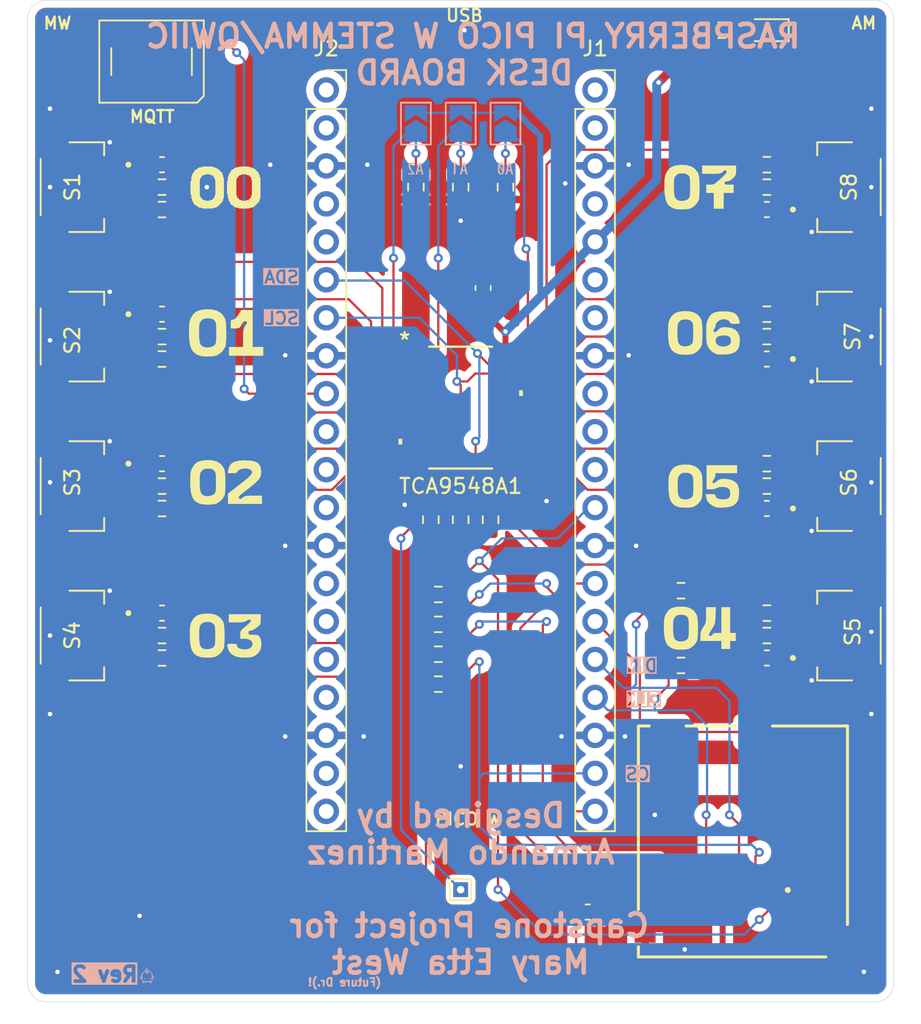
<source format=kicad_pcb>
(kicad_pcb (version 20241229) (generator "pcbnew") (generator_version "9.0")
  (title_block (title "Pico-I2C-MUX-Breakout-Board") (date "2024-12-31") (rev "2") (company "Ms. West") (comment 1 "Armando Martinez") (comment 2 "Capstone Project: Encore"))
  (layers (0 "F.Cu" signal) (2 "B.Cu" signal) (13 "F.Paste" user) (15 "B.Paste" user) (5 "F.SilkS" user "F.Silkscreen") (7 "B.SilkS" user "B.Silkscreen") (1 "F.Mask" user) (3 "B.Mask" user) (25 "Edge.Cuts" user))
  (net 0 "")
  (net 1 "GND")
  (net 2 "+3V3")
  (net 3 "Net-(D1-A)")
  (net 4 "/GPIO26_ADC0")
  (net 5 "/GPIO16{slash}DATA_OUT")
  (net 6 "/GPIO28_ADC2")
  (net 7 "/GPIO20{slash}CD{slash}CARD_DETECT")
  (net 8 "/GPIO22{slash}DAT2")
  (net 9 "/RUN")
  (net 10 "/VBUS")
  (net 11 "/3V3_EN")
  (net 12 "/GPIO19{slash}DATA_IN")
  (net 13 "/GPIO27_ADC1")
  (net 14 "/GPIO18{slash}SD_CLK")
  (net 15 "/GPIO21{slash}DAT1")
  (net 16 "/VSYS")
  (net 17 "/ADA_VREF")
  (net 18 "/GPIO1")
  (net 19 "/GPIO7")
  (net 20 "/GPIO0")
  (net 21 "/GPIO13")
  (net 22 "/PICO_SCL")
  (net 23 "/PICO_SDA")
  (net 24 "/GPIO6{slash}NEOPIXEL")
  (net 25 "/GPIO11")
  (net 26 "/GPIO3")
  (net 27 "/GPIO2")
  (net 28 "/GPIO10")
  (net 29 "/GPIO8")
  (net 30 "/GPIO9")
  (net 31 "/GPIO12")
  (net 32 "/GPIO14")
  (net 33 "/SCL0")
  (net 34 "/SDA0")
  (net 35 "/SCL1")
  (net 36 "/SDA1")
  (net 37 "/SCL2")
  (net 38 "/SDA2")
  (net 39 "/SCL3")
  (net 40 "/SDA3")
  (net 41 "/SCL4")
  (net 42 "/SDA4")
  (net 43 "/SCL5")
  (net 44 "/SDA5")
  (net 45 "/SCL6")
  (net 46 "/SDA6")
  (net 47 "/SCL7")
  (net 48 "/SDA7")
  (net 49 "/A0")
  (net 50 "/A1")
  (net 51 "/A2")
  (net 52 "/GPIO17{slash}CS")
  (net 53 "/GPIO15{slash}CARD_DET")
  (net 55 "/RESET")
  (footprint "Resistor_SMD:R_0603_1608Metric" (layer "F.Cu") (at 164.75 112 180)
    (property "Reference" "R18")
    (property "Value" "47k")
  )
  (footprint "Resistor_SMD:R_0603_1608Metric" (layer "F.Cu") (at 148.5 112.25)
    (property "Reference" "R21")
    (property "Value" "47k")
  )
  (footprint "Connector_PinSocket_2.54mm:PinSocket_1x20_P2.54mm_Vertical" (layer "F.Cu") (at 159 78.5)
    (property "Reference" "J1")
    (property "Value" "Conn_01x20_Socket" (hide yes))
  )
  (footprint "Pico_Footprints:STEMMAQWIIC_Footprint" (layer "F.Cu") (at 124 105 -90)
    (property "Reference" "S3")
    (property "Value" "~")
  )
  (footprint "LOGO" (layer "F.Cu") (at 134.25 104.75)
    (property "Reference" "G***" (hide yes))
    (property "Value" "LOGO" (hide yes))
  )
  (footprint "Resistor_SMD:R_0603_1608Metric" (layer "F.Cu") (at 130 105 180)
    (property "Reference" "R6")
    (property "Value" "4.7k")
  )
  (footprint "Resistor_SMD:R_0603_1608Metric" (layer "F.Cu") (at 148.5 118.25)
    (property "Reference" "R20")
    (property "Value" "47k")
  )
  (footprint "Pico_Footprints:STEMMAQWIIC_Footprint" (layer "F.Cu") (at 176 115 90)
    (property "Reference" "S5")
    (property "Value" "~")
  )
  (footprint "Resistor_SMD:R_0603_1608Metric" (layer "F.Cu") (at 148.5 116.25)
    (property "Reference" "R23")
    (property "Value" "47k")
  )
  (footprint "Resistor_SMD:R_0603_1608Metric" (layer "F.Cu") (at 148 107.25 90)
    (property "Reference" "R29")
    (property "Value" "10k")
  )
  (footprint "LOGO" (layer "F.Cu") (at 166.25 94.75)
    (property "Reference" "G***" (hide yes))
    (property "Value" "LOGO" (hide yes))
  )
  (footprint "Resistor_SMD:R_0603_1608Metric" (layer "F.Cu") (at 170.5 103.5)
    (property "Reference" "R11")
    (property "Value" "4.7k")
  )
  (footprint "Resistor_SMD:R_0603_1608Metric" (layer "F.Cu") (at 170.5 115)
    (property "Reference" "R10")
    (property "Value" "4.7k")
  )
  (footprint "Resistor_SMD:R_0603_1608Metric" (layer "F.Cu") (at 170.5 105)
    (property "Reference" "R12")
    (property "Value" "4.7k")
  )
  (footprint "Resistor_SMD:R_0603_1608Metric" (layer "F.Cu") (at 130 95 180)
    (property "Reference" "R4")
    (property "Value" "4.7k")
  )
  (footprint "Capacitor_SMD:C_0603_1608Metric" (layer "F.Cu") (at 130 113.5 180)
    (property "Reference" "C4")
    (property "Value" "1.0 uF")
  )
  (footprint "Resistor_SMD:R_0603_1608Metric" (layer "F.Cu") (at 147 85 -90)
    (property "Reference" "R28")
    (property "Value" "10k")
  )
  (footprint "TestPoint:TestPoint_THTPad_1.0x1.0mm_Drill0.5mm" (layer "F.Cu") (at 150 132)
    (property "Reference" "TP1")
    (property "Value" "RESET PIN")
  )
  (footprint "Resistor_SMD:R_0603_1608Metric" (layer "F.Cu") (at 130 115 180)
    (property "Reference" "R8")
    (property "Value" "4.7k")
  )
  (footprint "Pico_Footprints:STEMMAQWIIC_Footprint" (layer "F.Cu") (at 176 105 90)
    (property "Reference" "S6")
    (property "Value" "~")
  )
  (footprint "Resistor_SMD:R_0603_1608Metric" (layer "F.Cu") (at 130 106.5 180)
    (property "Reference" "R5")
    (property "Value" "4.7k")
  )
  (footprint "Resistor_SMD:R_0603_1608Metric" (layer "F.Cu") (at 164.75 117 180)
    (property "Reference" "R19")
    (property "Value" "47k")
  )
  (footprint "Capacitor_SMD:C_0603_1608Metric" (layer "F.Cu") (at 170.5 86.5)
    (property "Reference" "C8")
    (property "Value" "1.0 uF")
  )
  (footprint "Capacitor_SMD:C_0603_1608Metric" (layer "F.Cu") (at 170.5 116.5)
    (property "Reference" "C5")
    (property "Value" "1.0 uF")
  )
  (footprint "Capacitor_SMD:C_0603_1608Metric" (layer "F.Cu") (at 170.5 106.5)
    (property "Reference" "C6")
    (property "Value" "1.0 uF")
  )
  (footprint "Capacitor_SMD:C_0603_1608Metric" (layer "F.Cu") (at 158.5 133.5)
    (property "Reference" "C10")
    (property "Value" "0.1 uF")
  )
  (footprint "Pico_Footprints:STEMMAQWIIC_Footprint" (layer "F.Cu") (at 124 95 -90)
    (property "Reference" "S2")
    (property "Value" "~")
  )
  (footprint "Capacitor_SMD:C_0603_1608Metric" (layer "F.Cu") (at 151.5 91.75 90)
    (property "Reference" "C9")
    (property "Value" "0.1 uF")
  )
  (footprint "Resistor_SMD:R_0603_1608Metric" (layer "F.Cu") (at 170.5 85)
    (property "Reference" "R16")
    (property "Value" "4.7k")
  )
  (footprint "LOGO" (layer "F.Cu") (at 134.25 85)
    (property "Reference" "G***" (hide yes))
    (property "Value" "LOGO" (hide yes))
  )
  (footprint "Resistor_SMD:R_0603_1608Metric" (layer "F.Cu") (at 150 107.25 90)
    (property "Reference" "R24")
    (property "Value" "4.7k")
  )
  (footprint "Resistor_SMD:R_0603_1608Metric" (layer "F.Cu") (at 150 85 -90)
    (property "Reference" "R27")
    (property "Value" "10k")
  )
  (footprint "Resistor_SMD:R_0603_1608Metric" (layer "F.Cu") (at 148.5 114.25)
    (property "Reference" "R22")
    (property "Value" "47k")
  )
  (footprint "Resistor_SMD:R_0603_1608Metric" (layer "F.Cu") (at 130 116.5 180)
    (property "Reference" "R7")
    (property "Value" "4.7k")
  )
  (footprint "Pico_Footprints:STEMMAQWIIC_Footprint" (layer "F.Cu") (at 176 95 90)
    (property "Reference" "S7")
    (property "Value" "~")
  )
  (footprint "Pico_Footprints:STEMMAQWIIC_Footprint" (layer "F.Cu") (at 176 85 90)
    (property "Reference" "S8")
    (property "Value" "~")
  )
  (footprint "Capacitor_SMD:C_0603_1608Metric" (layer "F.Cu") (at 130 103.5 180)
    (property "Reference" "C3")
    (property "Value" "1.0 uF")
  )
  (footprint "Connector_PinSocket_2.54mm:PinSocket_1x20_P2.54mm_Vertical" (layer "F.Cu") (at 141 78.5)
    (property "Reference" "J2")
    (property "Value" "Conn_01x20_Socket" (hide yes))
  )
  (footprint "LED_SMD:LED_WS2812B_PLCC4_5.0x5.0mm_P3.2mm" (layer "F.Cu") (at 129.3 76.6)
    (property "Reference" "D2" (hide yes))
    (property "Value" "WS2812B")
  )
  (footprint "Capacitor_SMD:C_0603_1608Metric" (layer "F.Cu") (at 130 83.5 180)
    (property "Reference" "C1")
    (property "Value" "1.0 uF")
  )
  (footprint "LOGO" (layer "F.Cu") (at 166 114.5)
    (property "Reference" "G***" (hide yes))
    (property "Value" "LOGO" (hide yes))
  )
  (footprint "LOGO" (layer "F.Cu") (at 166 85)
    (property "Reference" "G***" (hide yes))
    (property "Value" "LOGO" (hide yes))
  )
  (footprint "Capacitor_SMD:C_0603_1608Metric" (layer "F.Cu") (at 130 93.5 180)
    (property "Reference" "C2")
    (property "Value" "1.0 uF")
  )
  (footprint "Resistor_SMD:R_0603_1608Metric" (layer "F.Cu") (at 130 85 180)
    (property "Reference" "R2")
    (property "Value" "4.7k")
  )
  (footprint "LOGO" (layer "F.Cu") (at 166.25 105)
    (property "Reference" "G***" (hide yes))
    (property "Value" "LOGO" (hide yes))
  )
  (footprint "Resistor_SMD:R_0603_1608Metric" (layer "F.Cu") (at 170.5 83.5)
    (property "Reference" "R15")
    (property "Value" "4.7k")
  )
  (footprint "Resistor_SMD:R_0603_1608Metric" (layer "F.Cu") (at 130 96.5 180)
    (property "Reference" "R3")
    (property "Value" "4.7k")
  )
  (footprint "LOGO" (layer "F.Cu") (at 134.25 115)
    (property "Reference" "G***" (hide yes))
    (property "Value" "LOGO" (hide yes))
  )
  (footprint "Pico_Footprints:SDCARD_MODULE_Footprint" (layer "F.Cu") (at 168.9 128.775)
    (property "Reference" "J3")
    (property "Value" "SDCARD_MODULE" (hide yes))
  )
  (footprint "Resistor_SMD:R_0603_1608Metric" (layer "F.Cu") (at 170.5 95)
    (property "Reference" "R14")
    (property "Value" "4.7k")
  )
  (footprint "Resistor_SMD:R_0603_1608Metric" (layer "F.Cu") (at 153 85 -90)
    (property "Reference" "R26")
    (property "Value" "10k")
  )
  (footprint "Capacitor_SMD:C_0603_1608Metric" (layer "F.Cu") (at 170.5 96.5)
    (property "Reference" "C7")
    (property "Value" "1.0 uF")
  )
  (footprint "Resistor_SMD:R_0603_1608Metric" (layer "F.Cu") (at 130 86.5 180)
    (property "Reference" "R1")
    (property "Value" "4.7k")
  )
  (footprint "Resistor_SMD:R_0603_1608Metric" (layer "F.Cu") (at 170.5 113.5)
    (property "Reference" "R9")
    (property "Value" "4.7k")
  )
  (footprint "Pico_Footprints:STEMMAQWIIC_Footprint" (layer "F.Cu") (at 124 115 -90)
    (property "Reference" "S4")
    (property "Value" "~")
  )
  (footprint "Resistor_SMD:R_0603_1608Metric" (layer "F.Cu") (at 170.5 93.5)
    (property "Reference" "R13")
    (property "Value" "4.7k")
  )
  (footprint "LOGO" (layer "F.Cu") (at 134.25 94.75)
    (property "Reference" "G***" (hide yes))
    (property "Value" "LOGO" (hide yes))
  )
  (footprint "Resistor_SMD:R_0603_1608Metric" (layer "F.Cu") (at 167.48125 74.5)
    (property "Reference" "R17")
    (property "Value" "4.7k")
  )
  (footprint "Resistor_SMD:R_0603_1608Metric" (layer "F.Cu") (at 152 107.25 90)
    (property "Reference" "R25")
    (property "Value" "4.7k")
  )
  (footprint "Pico_Footprints:STEMMAQWIIC_Footprint" (layer "F.Cu") (at 124 85 -90)
    (property "Reference" "S1")
    (property "Value" "~")
  )
  (footprint "LED_SMD:LED_0603_1608Metric" (layer "F.Cu") (at 170.48125 74.5 180)
    (property "Reference" "D1")
    (property "Value" "LED")
  )
  (footprint "Pico_Footprints:TCA9548A_Footprint" (layer "F.Cu") (at 150 99.75)
    (property "Reference" "TCA9548A1")
    (property "Value" "~")
  )
  (footprint "Jumper:SolderJumper-2_P1.3mm_Open_TrianglePad1.0x1.5mm" (layer "B.Cu") (at 147 80.75 90)
    (property "Reference" "JP3")
    (property "Value" "SolderJumper_2_Open")
  )
  (footprint "LOGO" (layer "B.Cu") (at 129 137.75 180)
    (property "Reference" "G***" (hide yes))
    (property "Value" "LOGO" (hide yes))
  )
  (footprint "Jumper:SolderJumper-2_P1.3mm_Open_TrianglePad1.0x1.5mm" (layer "B.Cu") (at 150 80.75 90)
    (property "Reference" "JP2")
    (property "Value" "SolderJumper_2_Open")
  )
  (footprint "Jumper:SolderJumper-2_P1.3mm_Open_TrianglePad1.0x1.5mm" (layer "B.Cu") (at 153 80.75 90)
    (property "Reference" "JP1")
    (property "Value" "SolderJumper_2_Open")
  )
  (footprint "kibuzzard-67A6B903" (layer "B.Cu") (at 147 83.75 180)
    (property "Reference" "kibuzzard-67A6B903" (hide yes))
    (property "Value" "G***" (hide yes))
  )
  (footprint "kibuzzard-67A6E024" (layer "B.Cu") (at 150 83.75 180)
    (property "Reference" "kibuzzard-67A6E024" (hide yes))
    (property "Value" "G***" (hide yes))
  )
  (footprint "kibuzzard-67A6AC81" (layer "B.Cu") (at 153 83.75 180)
    (property "Reference" "kibuzzard-67A6AC81" (hide yes))
    (property "Value" "G***" (hide yes))
  )
  (gr_arc (start 122.25 139.5) (mid 121.366117 139.133883) (end 121 138.25) (stroke (width 0.0381)) (layer "Edge.Cuts"))
  (gr_line (start 122.25 139.5) (end 177.75 139.5) (stroke (width 0.0381)) (layer "Edge.Cuts"))
  (gr_arc (start 121 73.75) (mid 121.366117 72.866117) (end 122.25 72.5) (stroke (width 0.0381)) (layer "Edge.Cuts"))
  (gr_line (start 121 73.75) (end 121 138.25) (stroke (width 0.0381)) (layer "Edge.Cuts"))
  (gr_line (start 141 72.5) (end 159 72.5) (stroke (width 0.0381)) (layer "Edge.Cuts"))
  (gr_line (start 159 72.5) (end 177.75 72.5) (stroke (width 0.0381)) (layer "Edge.Cuts"))
  (gr_arc (start 177.75 72.5) (mid 178.633883 72.866117) (end 179 73.75) (stroke (width 0.0381)) (layer "Edge.Cuts"))
  (gr_line (start 141 72.5) (end 122.25 72.5) (stroke (width 0.0381)) (layer "Edge.Cuts"))
  (gr_line (start 179 73.75) (end 179 138.25) (stroke (width 0.0381)) (layer "Edge.Cuts"))
  (gr_arc (start 179 138.25) (mid 178.633883 139.133883) (end 177.75 139.5) (stroke (width 0.0381)) (layer "Edge.Cuts"))
  (gr_text "USB" (at 150.25 74 0) (layer "F.SilkS") (effects (font (size 0.8128 0.8128) (thickness 0.1524) (bold yes)) (justify bottom)))
  (gr_text "MW" (at 123 74.5 0) (layer "F.SilkS") (effects (font (size 0.8 0.8) (thickness 0.16) (bold yes)) (justify bottom)))
  (gr_text "PICO W" (at 150.5 127.75 0) (layer "F.SilkS") (effects (font (size 0.8128 0.8128) (thickness 0.1524) (bold yes)) (justify bottom)))
  (gr_text "MQTT" (at 127.75 80.75 0) (layer "F.SilkS") (effects (font (size 0.8 0.8) (thickness 0.16) (bold yes)) (justify left bottom)))
  (gr_text "AM" (at 177 74.5 0) (layer "F.SilkS") (effects (font (size 0.8128 0.8128) (thickness 0.16) (bold yes)) (justify bottom)))
  (gr_text "Desgined by\nArmando Martinez\n\nCapstone Project for \nMary Etta West" (at 150 137.75 0) (layer "B.SilkS") (effects (font (size 1.524 1.524) (thickness 0.3048) (bold yes)) (justify bottom mirror)))
  (gr_text "SCL" (at 139.25 94.25 0) (layer "B.SilkS" knockout) (effects (font (size 0.8128 0.8128) (thickness 0.1524) (bold yes)) (justify left bottom mirror)))
  (gr_text "RASPBERRY PI PICO W STEMMA/QWIIC \nDESK BOARD" (at 150.25 78.25 0) (layer "B.SilkS") (effects (font (size 1.524 1.524) (thickness 0.3048) (bold yes)) (justify bottom mirror)))
  (gr_text "Rev 2" (at 128.5 138.25 0) (layer "B.SilkS" knockout) (effects (font (size 1 1) (thickness 0.25) (bold yes)) (justify left bottom mirror)))
  (gr_text "CS" (at 162.75 124.75 0) (layer "B.SilkS" knockout) (effects (font (size 0.8128 0.8128) (thickness 0.1524) (bold yes)) (justify left bottom mirror)))
  (gr_text "CLK" (at 163.5 119.75 0) (layer "B.SilkS" knockout) (effects (font (size 0.8128 0.8128) (thickness 0.1524) (bold yes)) (justify left bottom mirror)))
  (gr_text "(Future Dr.)!" (at 144.75 138.5 0) (layer "B.SilkS") (effects (font (size 0.52 0.52) (thickness 0.127) (bold yes)) (justify left bottom mirror)))
  (gr_text "DIN" (at 163.25 117.5 0) (layer "B.SilkS" knockout) (effects (font (size 0.8128 0.8128) (thickness 0.1524) (bold yes)) (justify left bottom mirror)))
  (gr_text "SDA" (at 139.25 91.5 0) (layer "B.SilkS" knockout) (effects (font (size 0.8128 0.8128) (thickness 0.1524) (bold yes)) (justify left bottom mirror)))
  (via (at 161.25 96.25) (size 0.6) (drill 0.3) (layers "F.Cu" "B.Cu") (net 1))
  (via (at 177 137.5) (size 0.6) (drill 0.3) (layers "F.Cu" "B.Cu") (net 1))
  (via (at 161.25 83.5) (size 0.6) (drill 0.3) (layers "F.Cu" "B.Cu") (net 1))
  (via (at 138.25 96.25) (size 0.6) (drill 0.3) (layers "F.Cu" "B.Cu") (net 1))
  (via (at 177.5 104.75) (size 0.6) (drill 0.3) (layers "F.Cu" "B.Cu") (net 1))
  (via (at 126.5 92) (size 0.6) (drill 0.3) (layers "F.Cu" "B.Cu") (net 1))
  (via (at 163 127) (size 0.6) (drill 0.3) (layers "F.Cu" "B.Cu") (net 1))
  (via (at 177.5 95) (size 0.6) (drill 0.3) (layers "F.Cu" "B.Cu") (net 1))
  (via (at 177.5 85) (size 0.6) (drill 0.3) (layers "F.Cu" "B.Cu") (net 1))
  (via (at 150 87.25) (size 0.6) (drill 0.3) (layers "F.Cu" "B.Cu") (net 1))
  (via (at 150 123.75) (size 0.6) (drill 0.3) (layers "F.Cu" "B.Cu") (net 1))
  (via (at 177.5 79.75) (size 0.6) (drill 0.3) (layers "F.Cu" "B.Cu") (net 1))
  (via (at 150.25 74.5) (size 0.6) (drill 0.3) (layers "F.Cu" "B.Cu") (net 1))
  (via (at 122.5 79.75) (size 0.6) (drill 0.3) (layers "F.Cu" "B.Cu") (net 1))
  (via (at 122.5 95.25) (size 0.6) (drill 0.3) (layers "F.Cu" "B.Cu") (net 1))
  (via (at 143.5 121.75) (size 0.6) (drill 0.3) (layers "F.Cu" "B.Cu") (net 1))
  (via (at 173.5 108) (size 0.6) (drill 0.3) (layers "F.Cu" "B.Cu") (net 1))
  (via (at 143.75 83.5) (size 0.6) (drill 0.3) (layers "F.Cu" "B.Cu") (net 1))
  (via (at 126.5 102) (size 0.6) (drill 0.3) (layers "F.Cu" "B.Cu") (net 1))
  (via (at 173.5 88) (size 0.6) (drill 0.3) (layers "F.Cu" "B.Cu") (net 1))
  (via (at 138.25 109) (size 0.6) (drill 0.3) (layers "F.Cu" "B.Cu") (net 1))
  (via (at 177.5 114.75) (size 0.6) (drill 0.3) (layers "F.Cu" "B.Cu") (net 1))
  (via (at 126.5 112) (size 0.6) (drill 0.3) (layers "F.Cu" "B.Cu") (net 1))
  (via (at 128.5 133.75) (size 0.6) (drill 0.3) (layers "F.Cu" "B.Cu") (net 1))
  (via (at 161 121.75) (size 0.6) (drill 0.3) (layers "F.Cu" "B.Cu") (net 1))
  (via (at 155.75 106) (size 0.6) (drill 0.3) (layers "F.Cu" "B.Cu") (net 1))
  (via (at 122.5 120.25) (size 0.6) (drill 0.3) (layers "F.Cu" "B.Cu") (net 1))
  (via (at 157 84.75) (size 0.6) (drill 0.3) (layers "F.Cu" "B.Cu") (net 1))
  (via (at 137.25 83.5) (size 0.6) (drill 0.3) (layers "F.Cu" "B.Cu") (net 1))
  (via (at 122.5 85) (size 0.6) (drill 0.3) (layers "F.Cu" "B.Cu") (net 1))
  (via (at 173.5 98) (size 0.6) (drill 0.3) (layers "F.Cu" "B.Cu") (net 1))
  (via (at 133 85) (size 0.6) (drill 0.3) (layers "F.Cu" "B.Cu") (net 1))
  (via (at 122.5 104.75) (size 0.6) (drill 0.3) (layers "F.Cu" "B.Cu") (net 1))
  (via (at 122.5 115) (size 0.6) (drill 0.3) (layers "F.Cu" "B.Cu") (net 1))
  (via (at 173.5 118) (size 0.6) (drill 0.3) (layers "F.Cu" "B.Cu") (net 1))
  (via (at 138.25 121.75) (size 0.6) (drill 0.3) (layers "F.Cu" "B.Cu") (net 1))
  (via (at 165 136) (size 0.6) (drill 0.3) (layers "F.Cu" "B.Cu") (net 1))
  (via (at 177.5 120.25) (size 0.6) (drill 0.3) (layers "F.Cu" "B.Cu") (net 1))
  (via (at 146.25 106.25) (size 0.6) (drill 0.3) (layers "F.Cu" "B.Cu") (net 1))
  (via (at 161.75 109) (size 0.6) (drill 0.3) (layers "F.Cu" "B.Cu") (net 1))
  (via (at 123 137.5) (size 0.6) (drill 0.3) (layers "F.Cu" "B.Cu") (net 1))
  (via (at 126.5 82) (size 0.6) (drill 0.3) (layers "F.Cu" "B.Cu") (net 1))
  (via (at 156.75 121.75) (size 0.6) (drill 0.3) (layers "F.Cu" "B.Cu") (net 1))
  (segment (start 167.54 137.46) (end 167.5 137.5) (width 0.2) (layer "F.Cu") (net 2))
  (segment (start 126.2 94.5) (end 124.5 94.5) (width 0.6) (layer "F.Cu") (net 2))
  (segment (start 130.775 106.45) (end 130.825 106.5) (width 0.1524) (layer "F.Cu") (net 2))
  (segment (start 124.9851 84.9851) (end 125.4702 84.5) (width 0.6) (layer "F.Cu") (net 2))
  (segment (start 124.5 94.5) (end 124.5 92.5) (width 0.6) (layer "F.Cu") (net 2))
  (segment (start 173 120) (end 169.675 116.675) (width 0.1524) (layer "F.Cu") (net 2))
  (segment (start 127.775 90.75) (end 124.5 90.75) (width 0.1524) (layer "F.Cu") (net 2))
  (segment (start 130.775 86.45) (end 130.825 86.5) (width 0.1524) (layer "F.Cu") (net 2))
  (segment (start 130.775 83.5) (end 130.775 86.45) (width 0.1524) (layer "F.Cu") (net 2))
  (segment (start 130.775 113.5) (end 130.775 116.45) (width 0.1524) (layer "F.Cu") (net 2))
  (segment (start 175.75 120) (end 175.75 131.25) (width 0.6) (layer "F.Cu") (net 2))
  (segment (start 126.45 84.5) (end 126.925 84.5) (width 0.1524) (layer "F.Cu") (net 2))
  (segment (start 175.75 120) (end 173 120) (width 0.1524) (layer "F.Cu") (net 2))
  (segment (start 129.5 137.5) (end 124.5 132.5) (width 0.6) (layer "F.Cu") (net 2))
  (segment (start 130.775 93.5) (end 130.775 96.45) (width 0.1524) (layer "F.Cu") (net 2))
  (segment (start 127.525 110.5) (end 124.5 110.5) (width 0.1524) (layer "F.Cu") (net 2))
  (segment (start 167.54 132.2) (end 167.54 137.46) (width 0.4) (layer "F.Cu") (net 2))
  (segment (start 125.4702 84.5) (end 126.45 84.5) (width 0.6) (layer "F.Cu") (net 2))
  (segment (start 148.5 137.5) (end 143 137.5) (width 0.6) (layer "F.Cu") (net 2))
  (segment (start 173.8 95.5) (end 175.75 95.5) (width 0.6) (layer "F.Cu") (net 2))
  (segment (start 124.5 110.5) (end 124.5 104.5) (width 0.6) (layer "F.Cu") (net 2))
  (segment (start 143 137.5) (end 129.5 137.5) (width 0.6) (layer "F.Cu") (net 2))
  (segment (start 169.725 96.5) (end 169.725 96.725) (width 0.1524) (layer "F.Cu") (net 2))
  (segment (start 169.675 116.675) (end 169.675 113.5) (width 0.1524) (layer "F.Cu") (net 2))
  (segment (start 124.8 74.95) (end 126.85 74.95) (width 0.1524) (layer "F.Cu") (net 2))
  (segment (start 153 94.66) (end 152.885 94.66) (width 0.4) (layer "F.Cu") (net 2))
  (segment (start 173 100) (end 175.75 100) (width 0.1524) (layer "F.Cu") (net 2))
  (segment (start 169.725 116.5) (end 166.075 116.5) (width 0.1524) (layer "F.Cu") (net 2))
  (segment (start 164.25 77) (end 174 77) (width 0.6) (layer "F.Cu") (net 2))
  (segment (start 163.25 78) (end 164.25 77) (width 0.6) (layer "F.Cu") (net 2))
  (segment (start 173 109.75) (end 169.725 106.475) (width 0.1524) (layer "F.Cu") (net 2))
  (segment (start 124.75 84.75) (end 124.9851 84.9851) (width 0.1524) (layer "F.Cu") (net 2))
  (segment (start 130.525 93.5) (end 127.775 90.75) (width 0.1524) (layer "F.Cu") (net 2))
  (segment (start 175.75 115.5) (end 175.75 120) (width 0.6) (layer "F.Cu") (net 2))
  (segment (start 148 108.075) (end 152 108.075) (width 0.1524) (layer "F.Cu") (net 2))
  (segment (start 165.575 112) (end 165.575 117) (width 0.1524) (layer "F.Cu") (net 2))
  (segment (start 153 96.096001) (end 152.921 96.175001) (width 0.4) (layer "F.Cu") (net 2))
  (segment (start 124.5 92.5) (end 124.5 85.4702) (width 0.6) (layer "F.Cu") (net 2))
  (segment (start 130.775 103.5) (end 130.775 106.45) (width 0.1524) (layer "F.Cu") (net 2))
  (segment (start 166.65625 74.5) (end 164.25 76.90625) (width 0.2) (layer "F.Cu") (net 2))
  (segment (start 169.675 93.5) (end 169.675 96.45) (width 0.1524) (layer "F.Cu") (net 2))
  (segment (start 124.5 132.5) (end 124.5 114.5) (width 0.6) (layer "F.Cu") (net 2))
  (segment (start 175.75 89.5) (end 175.75 95.5) (width 0.6) (layer "F.Cu") (net 2))
  (segment (start 175.75 78.75) (end 175.75 85.5) (width 0.6) (layer "F.Cu") (net 2))
  (segment (start 124 75.75) (end 124.8 74.95) (width 0.1524) (layer "F.Cu") (net 2))
  (segment (start 130.525 113.5) (end 127.525 110.5) (width 0.1524) (layer "F.Cu") (net 2))
  (segment (start 147.75 112.175) (end 147.675 112.25) (width 0.1524) (layer "F.Cu") (net 2))
  (segment (start 167.5 137.5) (end 158.5 137.5) (width 0.6) (layer "F.Cu") (net 2))
  (segment (start 152.885 94.66) (end 151.5 93.275) (width 0.4) (layer "F.Cu") (net 2))
  (segment (start 126 80.75) (end 129.75 80.75) (width 0.1524) (layer "F.Cu") (net 2))
  (segment (start 174.05 105.5) (end 175.75 105.5) (width 0.6) (layer "F.Cu") (net 2))
  (segment (start 153 94.66) (end 153 96.096001) (width 0.4) (layer "F.Cu") (net 2))
  (segment (start 174.05 115.5) (end 175.75 115.5) (width 0.6) (layer "F.Cu") (net 2))
  (segment (start 173.8 85.5) (end 175.75 85.5) (width 0.6) (layer "F.Cu") (net 2))
  (segment (start 169.5 137.5) (end 167.5 137.5) (width 0.6) (layer "F.Cu") (net 2))
  (segment (start 169.675 83.5) (end 169.725 83.55) (width 0.1524) (layer "F.Cu") (net 2))
  (segment (start 126.2 104.5) (end 124.5 104.5) (width 0.6) (layer "F.Cu") (net 2))
  (segment (start 148 108.075) (end 148 108.5) (width 0.1524) (layer "F.Cu") (net 2))
  (segment (start 126.2 114.5) (end 124.5 114.5) (width 0.6) (layer "F.Cu") (net 2))
  (segment (start 130.775 116.45) (end 130.825 116.5) (width 0.1524) (layer "F.Cu") (net 2))
  (segment (start 148 108.5) (end 147.75 108.75) (width 0.1524) (layer "F.Cu") (net 2))
  (segment (start 169.725 96.725) (end 173 100) (width 0.1524) (layer "F.Cu") (net 2))
  (segment (start 169.675 96.45) (end 169.725 96.5) (width 0.1524) (layer "F.Cu") (net 2))
  (segment (start 172.5 89.5) (end 175.75 89.5) (width 0.1524) (layer "F.Cu") (net 2))
  (segment (start 124 78.75) (end 124 75.75) (width 0.1524) (layer "F.Cu") (net 2))
  (segment (start 147.675 136.675) (end 148.5 137.5) (width 0.1524) (layer "F.Cu") (net 2))
  (segment (start 147.675 118.5) (end 147.675 136.675) (width 0.1524) (layer "F.Cu") (net 2))
  (segment (start 169.725 83.55) (end 169.725 86.725) (width 0.1524) (layer "F.Cu") (net 2))
  (segment (start 147.675 112.25) (end 147.675 118.5) (width 0.1524) (layer "F.Cu") (net 2))
  (segment (start 175.75 131.25) (end 169.5 137.5) (width 0.6) (layer "F.Cu") (net 2))
  (segment (start 175.75 95.5) (end 175.75 100) (width 0.6) (layer "F.Cu") (net 2))
  (segment (start 124.5 92.5) (end 124.5 90.75) (width 0.6) (layer "F.Cu") (net 2))
  (segment (start 130.525 103.5) (end 127.775 100.75) (width 0.1524) (layer "F.Cu") (net 2))
  (segment (start 130.775 96.45) (end 130.825 96.5) (width 0.1524) (layer "F.Cu") (net 2))
  (segment (start 169.725 103.55) (end 169.675 103.5) (width 0.1524) (layer "F.Cu") (net 2))
  (segment (start 164.25 76.90625) (end 164.25 77) (width 0.1524) (layer "F.Cu") (net 2))
  (segment (start 124.75 82) (end 124.75 84.75) (width 0.1524) (layer "F.Cu") (net 2))
  (segment (start 169.725 86.725) (end 172.5 89.5) (width 0.1524) (layer "F.Cu") (net 2))
  (segment (start 124.5 104.5) (end 124.5 100.75) (width 0.6) (layer "F.Cu") (net 2))
  (segment (start 130.825 81.825) (end 130.825 86.5) (width 0.1524) (layer "F.Cu") (net 2))
  (segment (start 166.075 116.5) (end 165.575 117) (width 0.1524) (layer "F.Cu") (net 2))
  (segment (start 127.775 100.75) (end 124.5 100.75) (width 0.1524) (layer "F.Cu") (net 2))
  (segment (start 124.5 85.4702) (end 124.9851 84.9851) (width 0.6) (layer "F.Cu") (net 2))
  (segment (start 175.75 109.75) (end 173 109.75) (width 0.1524) (layer "F.Cu") (net 2))
  (segment (start 175.75 85.5) (end 175.75 89.5) (width 0.6) (layer "F.Cu") (net 2))
  (segment (start 158.5 137.5) (end 148.5 137.5) (width 0.6) (layer "F.Cu") (net 2))
  (segment (start 174 77) (end 175.75 78.75) (width 0.6) (layer "F.Cu") (net 2))
  (segment (start 175.75 109.75) (end 175.75 115.5) (width 0.6) (layer "F.Cu") (net 2))
  (segment (start 151.5 93.275) (end 151.5 92.525) (width 0.4) (layer "F.Cu") (net 2))
  (segment (start 129.75 80.75) (end 130.825 81.825) (width 0.1524) (layer "F.Cu") (net 2))
  (segment (start 126 80.75) (end 124 78.75) (width 0.1524) (layer "F.Cu") (net 2))
  (segment (start 147.75 108.75) (end 147.75 112.175) (width 0.1524) (layer "F.Cu") (net 2))
  (segment (start 157.725 136.725) (end 158.5 137.5) (width 0.1524) (layer "F.Cu") (net 2))
  (segment (start 175.75 105.5) (end 175.75 109.75) (width 0.6) (layer "F.Cu") (net 2))
  (segment (start 157.725 133.5) (end 157.725 136.725) (width 0.1524) (layer "F.Cu") (net 2))
  (segment (start 124.5 114.5) (end 124.5 110.5) (width 0.6) (layer "F.Cu") (net 2))
  (segment (start 124.5 100.75) (end 124.5 94.5) (width 0.6) (layer "F.Cu") (net 2))
  (segment (start 175.75 100) (end 175.75 105.5) (width 0.6) (layer "F.Cu") (net 2))
  (segment (start 126 80.75) (end 124.75 82) (width 0.1524) (layer "F.Cu") (net 2))
  (segment (start 169.725 106.475) (end 169.725 103.55) (width 0.1524) (layer "F.Cu") (net 2))
  (via (at 163.25 78) (size 0.6) (drill 0.3) (layers "F.Cu" "B.Cu") (net 2))
  (via (at 153 94.66) (size 0.6) (drill 0.3) (layers "F.Cu" "B.Cu") (net 2))
  (segment (start 150 80.025) (end 153 80.025) (width 0.1524) (layer "B.Cu") (net 2))
  (segment (start 163.125 84.535) (end 159 88.66) (width 0.6) (layer "B.Cu") (net 2))
  (segment (start 153.775 80.025) (end 155.33 81.58) (width 0.4) (layer "B.Cu") (net 2))
  (segment (start 153 94.66) (end 159 88.66) (width 0.6) (layer "B.Cu") (net 2))
  (segment (start 163.125 78.125) (end 163.125 84.535) (width 0.6) (layer "B.Cu") (net 2))
  (segment (start 163.25 78) (end 163.125 78.125) (width 0.6) (layer "B.Cu") (net 2))
  (segment (start 155.33 81.58) (end 155.33 92.33) (width 0.4) (layer "B.Cu") (net 2))
  (segment (start 153 80.025) (end 153.775 80.025) (width 0.4) (layer "B.Cu") (net 2))
  (segment (start 147 80.025) (end 150 80.025) (width 0.1524) (layer "B.Cu") (net 2))
  (segment (start 169.69375 74.5) (end 168.30625 74.5) (width 0.1524) (layer "F.Cu") (net 3))
  (segment (start 155.75 114.06) (end 155.5 114.31) (width 0.1524) (layer "F.Cu") (net 5))
  (segment (start 158 130) (end 163.25 130) (width 0.1524) (layer "F.Cu") (net 5))
  (segment (start 159 126.76) (end 156.24 126.76) (width 0.1524) (layer "F.Cu") (net 5))
  (segment (start 155.5 127.5) (end 158 130) (width 0.1524) (layer "F.Cu") (net 5))
  (segment (start 149.325 116.25) (end 149.325 116.175) (width 0.1524) (layer "F.Cu") (net 5))
  (segment (start 164.24 130.99) (end 164.24 132) (width 0.1524) (layer "F.Cu") (net 5))
  (segment (start 149.325 116.175) (end 151.25 114.25) (width 0.1524) (layer "F.Cu") (net 5))
  (segment (start 156.24 126.76) (end 155.5 127.5) (width 0.1524) (layer "F.Cu") (net 5))
  (segment (start 155.5 114.31) (end 155.5 127.5) (width 0.1524) (layer "F.Cu") (net 5))
  (segment (start 163.25 130) (end 164.24 130.99) (width 0.1524) (layer "F.Cu") (net 5))
  (via (at 155.75 114.06) (size 0.6) (drill 0.3) (layers "F.Cu" "B.Cu") (net 5))
  (via (at 151.25 114.25) (size 0.6) (drill 0.3) (layers "F.Cu" "B.Cu") (net 5))
  (segment (start 155.75 114.06) (end 151.44 114.06) (width 0.1524) (layer "B.Cu") (net 5))
  (segment (start 151.44 114.06) (end 151.25 114.25) (width 0.1524) (layer "B.Cu") (net 5))
  (segment (start 162 120.75) (end 162 117.06) (width 0.1524) (layer "F.Cu") (net 7))
  (segment (start 163.95 121.45) (end 162.7 121.45) (width 0.1524) (layer "F.Cu") (net 7))
  (segment (start 162.7 121.45) (end 162 120.75) (width 0.1524) (layer "F.Cu") (net 7))
  (segment (start 163.95 121.45) (end 163.75 121.45) (width 0.1524) (layer "F.Cu") (net 7))
  (segment (start 162 117.06) (end 159 114.06) (width 0.1524) (layer "F.Cu") (net 7))
  (segment (start 169.65 121.45) (end 163.95 121.45) (width 0.1524) (layer "F.Cu") (net 7))
  (segment (start 151.25 110) (end 149.325 111.925) (width 0.1524) (layer "F.Cu") (net 8))
  (segment (start 170.84 133.16) (end 170.84 132) (width 0.1524) (layer "F.Cu") (net 8))
  (segment (start 149.325 111.925) (end 149.325 112.25) (width 0.1524) (layer "F.Cu") (net 8))
  (segment (start 152.5 132) (end 152.5 111.25) (width 0.1524) (layer "F.Cu") (net 8))
  (segment (start 170 134) (end 170.84 133.16) (width 0.1524) (layer "F.Cu") (net 8))
  (segment (start 152.5 111.25) (end 151.25 110) (width 0.1524) (layer "F.Cu") (net 8))
  (segment (start 151.25 110) (end 151.143948 110) (width 0.1524) (layer "F.Cu") (net 8))
  (via (at 170 134) (size 0.6) (drill 0.3) (layers "F.Cu" "B.Cu") (net 8))
  (via (at 152.5 132) (size 0.6) (drill 0.3) (layers "F.Cu" "B.Cu") (net 8))
  (via (at 151.25 110) (size 0.6) (drill 0.3) (layers "F.Cu" "B.Cu") (net 8))
  (segment (start 152.75 108.5) (end 156.5 108.5) (width 0.1524) (layer "B.Cu") (net 8))
  (segment (start 169 135) (end 170 134) (width 0.1524) (layer "B.Cu") (net 8))
  (segment (start 155.5 135) (end 169 135) (width 0.1524) (layer "B.Cu") (net 8))
  (segment (start 158.56 106.44) (end 159 106.44) (width 0.1524) (layer "B.Cu") (net 8))
  (segment (start 151.25 110) (end 152.75 108.5) (width 0.1524) (layer "B.Cu") (net 8))
  (segment (start 152.5 132) (end 155.5 135) (width 0.1524) (layer "B.Cu") (net 8))
  (segment (start 156.5 108.5) (end 158.56 106.44) (width 0.1524) (layer "B.Cu") (net 8))
  (segment (start 163.75 112) (end 163.925 112) (width 0.1524) (layer "F.Cu") (net 12))
  (segment (start 161.75 114.25) (end 161.75 114) (width 0.1524) (layer "F.Cu") (net 12))
  (segment (start 168.64 132) (end 168.64 127.64) (width 0.1524) (layer "F.Cu") (net 12))
  (segment (start 168.64 127.64) (end 168 127) (width 0.1524) (layer "F.Cu") (net 12))
  (segment (start 161.75 114) (end 163.75 112) (width 0.1524) (layer "F.Cu") (net 12))
  (via (at 168 127) (size 0.6) (drill 0.3) (layers "F.Cu" "B.Cu") (net 12))
  (via (at 161.75 114.25) (size 0.6) (drill 0.3) (layers "F.Cu" "B.Cu") (net 12))
  (segment (start 167.125 118.5) (end 161.5 118.5) (width 0.1524) (layer "B.Cu") (net 12))
  (segment (start 168 119.375) (end 167.125 118.5) (width 0.1524) (layer "B.Cu") (net 12))
  (segment (start 168 127) (end 168 119.375) (width 0.1524) (layer "B.Cu") (net 12))
  (segment (start 161.75 118.25) (end 161.5 118.5) (width 0.1524) (layer "B.Cu") (net 12))
  (segment (start 160.9 118.5) (end 159 116.6) (width 0.1524) (layer "B.Cu") (net 12))
  (segment (start 161.5 118.5) (end 160.9 118.5) (width 0.1524) (layer "B.Cu") (net 12))
  (segment (start 161.75 114.25) (end 161.75 118.25) (width 0.1524) (layer "B.Cu") (net 12))
  (segment (start 163.925 118.325) (end 163.925 117) (width 0.1524) (layer "F.Cu") (net 14))
  (segment (start 163 119.25) (end 163.925 118.325) (width 0.1524) (layer "F.Cu") (net 14))
  (segment (start 166.44 127) (end 166.44 132) (width 0.1524) (layer "F.Cu") (net 14))
  (via (at 163 119.25) (size 0.6) (drill 0.3) (layers "F.Cu" "B.Cu") (net 14))
  (via (at 166.44 127) (size 0.6) (drill 0.3) (layers "F.Cu" "B.Cu") (net 14))
  (segment (start 163 120) (end 159.86 120) (width 0.1524) (layer "B.Cu") (net 14))
  (segment (start 166.5 126.94) (end 166.5 121) (width 0.1524) (layer "B.Cu") (net 14))
  (segment (start 163 120) (end 163 119.25) (width 0.1524) (layer "B.Cu") (net 14))
  (segment (start 159.86 120) (end 159 119.14) (width 0.1524) (layer "B.Cu") (net 14))
  (segment (start 165.5 120) (end 163 120) (width 0.1524) (layer "B.Cu") (net 14))
  (segment (start 166.5 121) (end 165.5 120) (width 0.1524) (layer "B.Cu") (net 14))
  (segment (start 166.44 127) (end 166.5 126.94) (width 0.1524) (layer "B.Cu") (net 14))
  (segment (start 149.325 114.25) (end 149.325 114.175) (width 0.1524) (layer "F.Cu") (net 15))
  (segment (start 158 132) (end 163.14 132) (width 0.1524) (layer "F.Cu") (net 15))
  (segment (start 154 128) (end 158 132) (width 0.1524) (layer "F.Cu") (net 15))
  (segment (start 155.75 111.75) (end 156.25 112.25) (width 0.1524) (layer "F.Cu") (net 15))
  (segment (start 159 111.52) (end 156.98 111.52) (width 0.1524) (layer "F.Cu") (net 15))
  (segment (start 154 114.5) (end 154 128) (width 0.1524) (layer "F.Cu") (net 15))
  (segment (start 156.98 111.52) (end 154 114.5) (width 0.1524) (layer "F.Cu") (net 15))
  (segment (start 155.75 111.52) (end 155.75 111.75) (width 0.1524) (layer "F.Cu") (net 15))
  (segment (start 149.325 114.175) (end 151.25 112.25) (width 0.1524) (layer "F.Cu") (net 15))
  (via (at 155.75 111.52) (size 0.6) (drill 0.3) (layers "F.Cu" "B.Cu") (net 15))
  (via (at 151.25 112.25) (size 0.6) (drill 0.3) (layers "F.Cu" "B.Cu") (net 15))
  (segment (start 155.75 111.52) (end 151.98 111.52) (width 0.1524) (layer "B.Cu") (net 15))
  (segment (start 151.98 111.52) (end 151.25 112.25) (width 0.1524) (layer "B.Cu") (net 15))
  (segment (start 150.975001 97.475001) (end 152.921 97.475001) (width 0.1524) (layer "F.Cu") (net 22))
  (segment (start 150.450002 98) (end 150.975001 97.475001) (width 0.1524) (layer "F.Cu") (net 22))
  (segment (start 149.75 98) (end 150 98.25) (width 0.1524) (layer "F.Cu") (net 22))
  (segment (start 149.75 98) (end 150.450002 98) (width 0.1524) (layer "F.Cu") (net 22))
  (segment (start 150 98.25) (end 150 106.425) (width 0.1524) (layer "F.Cu") (net 22))
  (via (at 149.75 98) (size 0.6) (drill 0.3) (layers "F.Cu" "B.Cu") (net 22))
  (segment (start 147.24 93.74) (end 146.75 93.74) (width 0.1524) (layer "B.Cu") (net 22))
  (segment (start 149.75 96.25) (end 147.24 93.74) (width 0.1524) (layer "B.Cu") (net 22))
  (segment (start 146 93.74) (end 141 93.74) (width 0.1524) (layer "B.Cu") (net 22))
  (segment (start 146.75 93.74) (end 146 93.74) (width 0.1524) (layer "B.Cu") (net 22))
  (segment (start 149.75 98) (end 149.75 96.25) (width 0.1524) (layer "B.Cu") (net 22))
  (segment (start 151.125 96.125) (end 151.825002 96.825002) (width 0.1524) (layer "F.Cu") (net 23))
  (segment (start 151.825002 96.825002) (end 152.921 96.825002) (width 0.1524) (layer "F.Cu") (net 23))
  (segment (start 151 105.425) (end 152 106.425) (width 0.1524) (layer "F.Cu") (net 23))
  (segment (start 151 102) (end 151 105.425) (width 0.1524) (layer "F.Cu") (net 23))
  (via (at 151 102) (size 0.6) (drill 0.3) (layers "F.Cu" "B.Cu") (net 23))
  (via (at 151.125 96.125) (size 0.6) (drill 0.3) (layers "F.Cu" "B.Cu") (net 23))
  (segment (start 141.05 91.25) (end 141 91.2) (width 0.1524) (layer "B.Cu") (net 23))
  (segment (start 151.25 96.25) (end 151.25 101.75) (width 0.1524) (layer "B.Cu") (net 23))
  (segment (start 151.25 101.75) (end 151 102) (width 0.1524) (layer "B.Cu") (net 23))
  (segment (start 146.25 91.25) (end 145.5 91.25) (width 0.1524) (layer "B.Cu") (net 23))
  (segment (start 145.5 91.25) (end 141.05 91.25) (width 0.1524) (layer "B.Cu") (net 23))
  (segment (start 151.125 96.125) (end 151.25 96.25) (width 0.1524) (layer "B.Cu") (net 23))
  (segment (start 151.125 96.125) (end 146.25 91.25) (width 0.1524) (layer "B.Cu") (net 23))
  (segment (start 135.5 98.5) (end 135.82 98.82) (width 0.1524) (layer "F.Cu") (net 24))
  (segment (start 135.82 98.82) (end 141 98.82) (width 0.1524) (layer "F.Cu") (net 24))
  (segment (start 135 76) (end 133.95 74.95) (width 0.1524) (layer "F.Cu") (net 24))
  (segment (start 133.95 74.95) (end 131.75 74.95) (width 0.1524) (layer "F.Cu") (net 24))
  (via (at 135.5 98.5) (size 0.6) (drill 0.3) (layers "F.Cu" "B.Cu") (net 24))
  (via (at 135 76) (size 0.6) (drill 0.3) (layers "F.Cu" "B.Cu") (net 24))
  (segment (start 135.5 76.5) (end 135 76) (width 0.1524) (layer "B.Cu") (net 24))
  (segment (start 135.5 98.5) (end 135.5 76.5) (width 0.1524) (layer "B.Cu") (net 24))
  (segment (start 144 97) (end 144 94) (width 0.1524) (layer "F.Cu") (net 33))
  (segment (start 132.5 92.5) (end 129.25 89.25) (width 0.1524) (layer "F.Cu") (net 33))
  (segment (start 129.25 89.25) (end 129.25 86.5) (width 0.1524) (layer "F.Cu") (net 33))
  (segment (start 144 94) (end 142.5 92.5) (width 0.1524) (layer "F.Cu") (net 33))
  (segment (start 147.079 98.774998) (end 147.054002 98.75) (width 0.1524) (layer "F.Cu") (net 33))
  (segment (start 145.774998 98.774998) (end 144 97) (width 0.1524) (layer "F.Cu") (net 33))
  (segment (start 147.079 98.774998) (end 145.774998 98.774998) (width 0.1524) (layer "F.Cu") (net 33))
  (segment (start 129.25 86.5) (end 126.2 86.5) (width 0.1524) (layer "F.Cu") (net 33))
  (segment (start 142.5 92.5) (end 132.5 92.5) (width 0.1524) (layer "F.Cu") (net 33))
  (segment (start 129.175 85) (end 129.5 85) (width 0.1524) (layer "F.Cu") (net 34))
  (segment (start 144.75 96.875) (end 145.999999 98.124999) (width 0.1524) (layer "F.Cu") (net 34))
  (segment (start 144.75 91.757914) (end 144.75 96.875) (width 0.1524) (layer "F.Cu") (net 34))
  (segment (start 142.992086 90) (end 144.75 91.757914) (width 0.1524) (layer "F.Cu") (net 34))
  (segment (start 128.425 85.5) (end 128.9625 84.9625) (width 0.1524) (layer "F.Cu") (net 34))
  (segment (start 132.75 90) (end 142.992086 90) (width 0.1524) (layer "F.Cu") (net 34))
  (segment (start 145.999999 98.124999) (end 147.079 98.124999) (width 0.1524) (layer "F.Cu") (net 34))
  (segment (start 130 85.5) (end 130 87.25) (width 0.1524) (layer "F.Cu") (net 34))
  (segment (start 130 87.25) (end 132.75 90) (width 0.1524) (layer "F.Cu") (net 34))
  (segment (start 126.377 85.677) (end 126.2 85.5) (width 0.1524) (layer "F.Cu") (net 34))
  (segment (start 126.2 85.5) (end 128.425 85.5) (width 0.1524) (layer "F.Cu") (net 34))
  (segment (start 129.5 85) (end 130 85.5) (width 0.1524) (layer "F.Cu") (net 34))
  (segment (start 129.25 99.5) (end 129.824998 100.074998) (width 0.1524) (layer "F.Cu") (net 35))
  (segment (start 126.2 96.5) (end 129.25 96.5) (width 0.1524) (layer "F.Cu") (net 35))
  (segment (start 129.25 96.5) (end 129.25 99.5) (width 0.1524) (layer "F.Cu") (net 35))
  (segment (start 129.824998 100.074998) (end 147.079 100.074998) (width 0.1524) (layer "F.Cu") (net 35))
  (segment (start 130 97) (end 130.5 97.5) (width 0.1524) (layer "F.Cu") (net 36))
  (segment (start 128.675 95.5) (end 129.175 95) (width 0.1524) (layer "F.Cu") (net 36))
  (segment (start 130.5 97.5) (end 142.5 97.5) (width 0.1524) (layer "F.Cu") (net 36))
  (segment (start 129.75 95) (end 130 95.25) (width 0.1524) (layer "F.Cu") (net 36))
  (segment (start 144.424999 99.424999) (end 147.079 99.424999) (width 0.1524) (layer "F.Cu") (net 36))
  (segment (start 142.5 97.5) (end 144.424999 99.424999) (width 0.1524) (layer "F.Cu") (net 36))
  (segment (start 129.175 95) (end 129.75 95) (width 0.1524) (layer "F.Cu") (net 36))
  (segment (start 126.45 95.5) (end 128.675 95.5) (width 0.1524) (layer "F.Cu") (net 36))
  (segment (start 130 95.25) (end 130 97) (width 0.1524) (layer "F.Cu") (net 36))
  (segment (start 136 105.25) (end 132.5 108.75) (width 0.1524) (layer "F.Cu") (net 37))
  (segment (start 147.079 101.374998) (end 145.250002 101.374998) (width 0.1524) (layer "F.Cu") (net 37))
  (segment (start 129.25 108.25) (end 129.25 106.5) (width 0.1524) (layer "F.Cu") (net 37))
  (segment (start 129.75 108.75) (end 129.25 108.25) (width 0.1524) (layer "F.Cu") (net 37))
  (segment (start 145.250002 101.374998) (end 141.375 105.25) (width 0.1524) (layer "F.Cu") (net 37))
  (segment (start 129.25 106.5) (end 126.2 106.5) (width 0.1524) (layer "F.Cu") (net 37))
  (segment (start 141.375 105.25) (end 136 105.25) (width 0.1524) (layer "F.Cu") (net 37))
  (segment (start 132.5 108.75) (end 129.75 108.75) (width 0.1524) (layer "F.Cu") (net 37))
  (segment (start 142 102.5) (end 143.775001 100.724999) (width 0.1524) (layer "F.Cu") (net 38))
  (segment (start 128.925 105) (end 128.925 105.325) (width 0.2) (layer "F.Cu") (net 38))
  (segment (start 132 107.75) (end 137.25 102.5) (width 0.1524) (layer "F.Cu") (net 38))
  (segment (start 137.25 102.5) (end 142 102.5) (width 0.1524) (layer "F.Cu") (net 38))
  (segment (start 126.2 105.5) (end 128.425 105.5) (width 0.1524) (layer "F.Cu") (net 38))
  (segment (start 128.425 105.5) (end 128.925 105) (width 0.1524) (layer "F.Cu") (net 38))
  (segment (start 143.775001 100.724999) (end 147.079 100.724999) (width 0.1524) (layer "F.Cu") (net 38))
  (segment (start 130 105.5) (end 130 107.25) (width 0.1524) (layer "F.Cu") (net 38))
  (segment (start 128.925 105) (end 129.5 105) (width 0.1524) (layer "F.Cu") (net 38))
  (segment (start 129.5 105) (end 130 105.5) (width 0.1524) (layer "F.Cu") (net 38))
  (segment (start 130 107.25) (end 130.5 107.75) (width 0.1524) (layer "F.Cu") (net 38))
  (segment (start 130.5 107.75) (end 132 107.75) (width 0.1524) (layer "F.Cu") (net 38))
  (segment (start 144.5 116.5) (end 144.5 103.75) (width 0.1524) (layer "F.Cu") (net 39))
  (segment (start 134.25 119.75) (end 136.25 117.75) (width 0.1524) (layer "F.Cu") (net 39))
  (segment (start 129.175 116.5) (end 129.175 119.175) (width 0.1524) (layer "F.Cu") (net 39))
  (segment (start 136.25 117.75) (end 143.25 117.75) (width 0.1524) (layer "F.Cu") (net 39))
  (segment (start 143.25 117.75) (end 144.5 116.5) (width 0.1524) (layer "F.Cu") (net 39))
  (segment (start 145.575002 102.674998) (end 147.079 102.674998) (width 0.1524) (layer "F.Cu") (net 39))
  (segment (start 126.45 116.5) (end 129.175 116.5) (width 0.1524) (layer "F.Cu") (net 39))
  (segment (start 144.5 103.75) (end 145.575002 102.674998) (width 0.1524) (layer "F.Cu") (net 39))
  (segment (start 129.75 119.75) (end 134.25 119.75) (width 0.1524) (layer "F.Cu") (net 39))
  (segment (start 129.175 119.175) (end 129.75 119.75) (width 0.1524) (layer "F.Cu") (net 39))
  (segment (start 145.225001 102.024999) (end 147.079 102.024999) (width 0.1524) (layer "F.Cu") (net 40))
  (segment (start 143.75 114.25) (end 143.75 103.5) (width 0.1524) (layer "F.Cu") (net 40))
  (segment (start 130 115.5) (end 130 118) (width 0.1524) (layer "F.Cu") (net 40))
  (segment (start 126.2 115.5) (end 128.425 115.5) (width 0.1524) (layer "F.Cu") (net 40))
  (segment (start 130 118) (end 130.5 118.5) (width 0.1524) (layer "F.Cu") (net 40))
  (segment (start 129.5 115) (end 130 115.5) (width 0.1524) (layer "F.Cu") (net 40))
  (segment (start 142.5 115.5) (end 143.75 114.25) (width 0.1524) (layer "F.Cu") (net 40))
  (segment (start 133.25 118.5) (end 136.25 115.5) (width 0.1524) (layer "F.Cu") (net 40))
  (segment (start 128.925 115) (end 129.5 115) (width 0.1524) (layer "F.Cu") (net 40))
  (segment (start 136.25 115.5) (end 142.5 115.5) (width 0.1524) (layer "F.Cu") (net 40))
  (segment (start 128.425 115.5) (end 128.925 115) (width 0.1524) (layer "F.Cu") (net 40))
  (segment (start 130.5 118.5) (end 133.25 118.5) (width 0.1524) (layer "F.Cu") (net 40))
  (segment (start 143.75 103.5) (end 145.225001 102.024999) (width 0.1524) (layer "F.Cu") (net 40))
  (segment (start 174.05 113.5) (end 171.325 113.5) (width 0.1524) (layer "F.Cu") (net 41))
  (segment (start 171.325 112.075) (end 164.5 105.25) (width 0.1524) (layer "F.Cu") (net 41))
  (segment (start 171.325 113.5) (end 171.325 112.075) (width 0.1524) (layer "F.Cu") (net 41))
  (segment (start 158.5 105.25) (end 155.925 102.675) (width 0.1524) (layer "F.Cu") (net 41))
  (segment (start 164.5 105.25) (end 158.5 105.25) (width 0.1524) (layer "F.Cu") (net 41))
  (segment (start 155.925 102.675) (end 152.921 102.675) (width 0.1524) (layer "F.Cu") (net 41))
  (segment (start 172.25 115) (end 171.325 115) (width 0.1524) (layer "F.Cu") (net 42))
  (segment (start 171.325 115) (end 171 115) (width 0.1524) (layer "F.Cu") (net 42))
  (segment (start 168.5 110.25) (end 156.242247 110.25) (width 0.1524) (layer "F.Cu") (net 42))
  (segment (start 156.242247 110.25) (end 152.921 106.928753) (width 0.1524) (layer "F.Cu") (net 42))
  (segment (start 173.55 114.5) (end 172.75 114.5) (width 0.1524) (layer "F.Cu") (net 42))
  (segment (start 152.921 106.928753) (end 152.921 103.324999) (width 0.1524) (layer "F.Cu") (net 42))
  (segment (start 171 115) (end 170.5 114.5) (width 0.1524) (layer "F.Cu") (net 42))
  (segment (start 170.5 114.5) (end 170.5 112.25) (width 0.1524) (layer "F.Cu") (net 42))
  (segment (start 172.75 114.5) (end 172.25 115) (width 0.1524) (layer "F.Cu") (net 42))
  (segment (start 170.5 112.25) (end 168.5 110.25) (width 0.1524) (layer "F.Cu") (net 42))
  (segment (start 158.25 100) (end 169.75 100) (width 0.1524) (layer "F.Cu") (net 43))
  (segment (start 173.55 103.5) (end 171.325 103.5) (width 0.1524) (layer "F.Cu") (net 43))
  (segment (start 169.75 100) (end 171.325 101.575) (width 0.1524) (layer "F.Cu") (net 43))
  (segment (start 171.325 103.5) (end 171.325 101.575) (width 0.1524) (layer "F.Cu") (net 43))
  (segment (start 152.921 101.375001) (end 156.874999 101.375001) (width 0.1524) (layer "F.Cu") (net 43))
  (segment (start 156.874999 101.375001) (end 158.25 100) (width 0.1524) (layer "F.Cu") (net 43))
  (segment (start 170.75 105) (end 170.5 104.75) (width 0.1524) (layer "F.Cu") (net 44))
  (segment (start 160.75 101.75) (end 160 102.5) (width 0.1524) (layer "F.Cu") (net 44))
  (segment (start 173.55 104.5) (end 171.825 104.5) (width 0.1524) (layer "F.Cu") (net 44))
  (segment (start 157.524999 102.024999) (end 152.921 102.024999) (width 0.1524) (layer "F.Cu") (net 44))
  (segment (start 171.325 105) (end 170.75 105) (width 0.1524) (layer "F.Cu") (net 44))
  (segment (start 170.5 102.25) (end 170 101.75) (width 0.1524) (layer "F.Cu") (net 44))
  (segment (start 158 102.5) (end 157.524999 102.024999) (width 0.1524) (layer "F.Cu") (net 44))
  (segment (start 170 101.75) (end 160.75 101.75) (width 0.1524) (layer "F.Cu") (net 44))
  (segment (start 171.825 104.5) (end 171.325 105) (width 0.1524) (layer "F.Cu") (net 44))
  (segment (start 170.5 104.75) (end 170.5 102.25) (width 0.1524) (layer "F.Cu") (net 44))
  (segment (start 160 102.5) (end 158 102.5) (width 0.1524) (layer "F.Cu") (net 44))
  (segment (start 162.75 95) (end 158.396124 95) (width 0.1524) (layer "F.Cu") (net 45))
  (segment (start 156.424999 100.075001) (end 152.921 100.075001) (width 0.1524) (layer "F.Cu") (net 45))
  (segment (start 158.396124 95) (end 157 96.396124) (width 0.1524) (layer "F.Cu") (net 45))
  (segment (start 173.55 93.5) (end 171.325 93.5) (width 0.1524) (layer "F.Cu") (net 45))
  (segment (start 171.325 93.5) (end 171.325 92.575) (width 0.1524) (layer "F.Cu") (net 45))
  (segment (start 157 96.396124) (end 157 99.5) (width 0.1524) (layer "F.Cu") (net 45))
  (segment (start 166.25 91.5) (end 162.75 95) (width 0.1524) (layer "F.Cu") (net 45))
  (segment (start 171.325 92.575) (end 170.25 91.5) (width 0.1524) (layer "F.Cu") (net 45))
  (segment (start 157 99.5) (end 156.424999 100.075001) (width 0.1524) (layer "F.Cu") (net 45))
  (segment (start 170.25 91.5) (end 166.25 91.5) (width 0.1524) (layer "F.Cu") (net 45))
  (segment (start 161.75 97.5) (end 167 92.25) (width 0.1524) (layer "F.Cu") (net 46))
  (segment (start 158.25 97.5) (end 161.75 97.5) (width 0.1524) (layer "F.Cu") (net 46))
  (segment (start 157.5 100) (end 157.5 98.25) (width 0.1524) (layer "F.Cu") (net 46))
  (segment (start 170.5 93) (end 170.5 94.5) (width 0.1524) (layer "F.Cu") (net 46))
  (segment (start 152.921 100.724999) (end 156.775001 100.724999) (width 0.1524) (layer "F.Cu") (net 46))
  (segment (start 157.5 98.25) (end 158.25 97.5) (width 0.1524) (layer "F.Cu") (net 46))
  (segment (start 169.75 92.25) (end 170.5 93) (width 0.1524) (layer "F.Cu") (net 46))
  (segment (start 171 95) (end 171.325 95) (width 0.1524) (layer "F.Cu") (net 46))
  (segment (start 173.55 94.5) (end 171.825 94.5) (width 0.1524) (layer "F.Cu") (net 46))
  (segment (start 170.5 94.5) (end 171 95) (width 0.1524) (layer "F.Cu") (net 46))
  (segment (start 167 92.25) (end 169.75 92.25) (width 0.1524) (layer "F.Cu") (net 46))
  (segment (start 156.775001 100.724999) (end 157.5 100) (width 0.1524) (layer "F.Cu") (net 46))
  (segment (start 171.825 94.5) (end 171.325 95) (width 0.1524) (layer "F.Cu") (net 46))
  (segment (start 156.75 82.5) (end 167 82.5) (width 0.1524) (layer "F.Cu") (net 47))
  (segment (start 155.75 98.25) (end 155.75 83.5) (width 0.1524) (layer "F.Cu") (net 47))
  (segment (start 171.325 83.5) (end 174.05 83.5) (width 0.1524) (layer "F.Cu") (net 47))
  (segment (start 155.224999 98.775001) (end 155.75 98.25) (width 0.1524) (layer "F.Cu") (net 47))
  (segment (start 170.75 81.25) (end 171.325 81.825) (width 0.1524) (layer "F.Cu") (net 47))
  (segment (start 171.325 81.825) (end 171.325 83.5) (width 0.1524) (layer "F.Cu") (net 47))
  (segment (start 155.75 83.5) (end 156.75 82.5) (width 0.1524) (layer "F.Cu") (net 47))
  (segment (start 152.921 98.775001) (end 155.224999 98.775001) (width 0.1524) (layer "F.Cu") (net 47))
  (segment (start 167 82.5) (end 168.25 81.25) (width 0.1524) (layer "F.Cu") (net 47))
  (segment (start 168.25 81.25) (end 170.75 81.25) (width 0.1524) (layer "F.Cu") (net 47))
  (segment (start 158 92.5) (end 156.5 94) (width 0.1524) (layer "F.Cu") (net 48))
  (segment (start 168.75 82) (end 166 84.75) (width 0.1524) (layer "F.Cu") (net 48))
  (segment (start 170.5 82.5) (end 170 82) (width 0.1524) (layer "F.Cu") (net 48))
  (segment (start 172.75 84.5) (end 172.25 85) (width 0.1524) (layer "F.Cu") (net 48))
  (segment (start 171 85) (end 170.5 84.5) (width 0.1524) (layer "F.Cu") (net 48))
  (segment (start 156.5 94) (end 156.5 99) (width 0.1524) (layer "F.Cu") (net 48))
  (segment (start 166 89) (end 162.5 92.5) (width 0.1524) (layer "F.Cu") (net 48))
  (segment (start 170 82) (end 168.75 82) (width 0.1524) (layer "F.Cu") (net 48))
  (segment (start 162.5 92.5) (end 158 92.5) (width 0.1524) (layer "F.Cu") (net 48))
  (segment (start 170.5 84.5) (end 170.5 82.5) (width 0.1524) (layer "F.Cu") (net 48))
  (segment (start 156.074998 99.425002) (end 152.921 99.425002) (width 0.1524) (layer "F.Cu") (net 48))
  (segment (start 174.05 84.5) (end 172.75 84.5) (width 0.1524) (layer "F.Cu") (net 48))
  (segment (start 156.5 99) (end 156.074998 99.425002) (width 0.1524) (layer "F.Cu") (net 48))
  (segment (start 166 84.75) (end 166 89) (width 0.1524) (layer "F.Cu") (net 48))
  (segment (start 172.25 85) (end 171 85) (width 0.1524) (layer "F.Cu") (net 48))
  (segment (start 153.81 98.125002) (end 152.921 98.125002) (width 0.1524) (layer "F.Cu") (net 49))
  (segment (start 153 82.75) (end 153 84.175) (width 0.1524) (layer "F.Cu") (net 49))
  (segment (start 154.375 89.125) (end 154.5 89.25) (width 0.1524) (layer "F.Cu") (net 49))
  (segment (start 154.5 89.25) (end 154.5 97.435002) (width 0.1524) (layer "F.Cu") (net 49))
  (segment (start 154.5 97.435002) (end 153.81 98.125002) (width 0.1524) (layer "F.Cu") (net 49))
  (via (at 154.375 89.125) (size 0.6) (drill 0.3) (layers "F.Cu" "B.Cu") (net 49))
  (via (at 153 82.75) (size 0.6) (drill 0.3) (layers "F.Cu" "B.Cu") (net 49))
  (segment (start 154.25 89) (end 154.25 82.25) (width 0.1524) (layer "B.Cu") (net 49))
  (segment (start 153.475 81.475) (end 153 81.475) (width 0.1524) (layer "B.Cu") (net 49))
  (segment (start 154.25 82.25) (end 153.475 81.475) (width 0.1524) (layer "B.Cu") (net 49))
  (segment (start 154.375 89.125) (end 154.25 89) (width 0.1524) (layer "B.Cu") (net 49))
  (segment (start 153 80.75) (end 153 82.75) (width 0.1524) (layer "B.Cu") (net 49))
  (segment (start 148.5 96) (end 148.5 89.75) (width 0.1524) (layer "F.Cu") (net 50))
  (segment (start 150 82.75) (end 150 84.175) (width 0.1524) (layer "F.Cu") (net 50))
  (segment (start 147.675 96.825) (end 148.5 96) (width 0.1524) (layer "F.Cu") (net 50))
  (segment (start 147.079 96.825) (end 147.675 96.825) (width 0.1524) (layer "F.Cu") (net 50))
  (via (at 148.5 89.75) (size 0.6) (drill 0.3) (layers "F.Cu" "B.Cu") (net 50))
  (via (at 150 82.75) (size 0.6) (drill 0.3) (layers "F.Cu" "B.Cu") (net 50))
  (segment (start 150 80.75) (end 150 82.75) (width 0.1524) (layer "B.Cu") (net 50))
  (segment (start 148.5 82.25) (end 150 80.75) (width 0.1524) (layer "B.Cu") (net 50))
  (segment (start 148.5 89.75) (end 148.5 82.25) (width 0.1524) (layer "B.Cu") (net 50))
  (segment (start 145.5 89.75) (end 145.5 94.596001) (width 0.1524) (layer "F.Cu") (net 51))
  (segment (start 147 82.75) (end 147 84.175) (width 0.1524) (layer "F.Cu") (net 51))
  (segment (start 145.5 94.596001) (end 147.079 96.175001) (width 0.1524) (layer "F.Cu") (net 51))
  (via (at 145.5 89.75) (size 0.6) (drill 0.3) (layers "F.Cu" "B.Cu") (net 51))
  (via (at 147 82.75) (size 0.6) (drill 0.3) (layers "F.Cu" "B.Cu") (net 51))
  (segment (start 147 80.75) (end 147 82.75) (width 0.1524) (layer "B.Cu") (net 51))
  (segment (start 145.5 82.25) (end 145.5 89.75) (width 0.1524) (layer "B.Cu") (net 51))
  (segment (start 145.5 82.25) (end 147 80.75) (width 0.1524) (layer "B.Cu") (net 51))
  (segment (start 169.74 131.6) (end 169.74 129.76) (width 0.1524) (layer "F.Cu") (net 52))
  (segment (start 151.25 116.75) (end 151.075 116.75) (width 0.1524) (layer "F.Cu") (net 52))
  (segment (start 151.075 116.75) (end 149.325 118.5) (width 0.1524) (layer "F.Cu") (net 52))
  (segment (start 169.74 129.76) (end 170 129.5) (width 0.1524) (layer "F.Cu") (net 52))
  (via (at 170 129.5) (size 0.6) (drill 0.3) (layers "F.Cu" "B.Cu") (net 52))
  (via (at 151.25 116.75) (size 0.6) (drill 0.3) (layers "F.Cu" "B.Cu") (net 52))
  (segment (start 169.5 129) (end 170 129.5) (width 0.1524) (layer "B.Cu") (net 52))
  (segment (start 159 124.22) (end 151.53 124.22) (width 0.1524) (layer "B.Cu") (net 52))
  (segment (start 152.5 129) (end 169.5 129) (width 0.1524) (layer "B.Cu") (net 52))
  (segment (start 151.25 127.75) (end 152.5 129) (width 0.1524) (layer "B.Cu") (net 52))
  (segment (start 151.25 124.5) (end 151.25 127.75) (width 0.1524) (layer "B.Cu") (net 52))
  (segment (start 151.53 124.22) (end 151.25 124.5) (width 0.1524) (layer "B.Cu") (net 52))
  (segment (start 151.25 116.75) (end 151.25 124.5) (width 0.1524) (layer "B.Cu") (net 52))
  (segment (start 148 106.425) (end 146 108.425) (width 0.1524) (layer "F.Cu") (net 55))
  (segment (start 148 104.25) (end 148 106.425) (width 0.1524) (layer "F.Cu") (net 55))
  (segment (start 148.75 98.256998) (end 148.75 103.5) (width 0.1524) (layer "F.Cu") (net 55))
  (segment (start 147.079 97.474998) (end 147.968 97.474998) (width 0.1524) (layer "F.Cu") (net 55))
  (segment (start 146 108.425) (end 146 108.5) (width 0.1524) (layer "F.Cu") (net 55))
  (segment (start 148.75 103.5) (end 148 104.25) (width 0.1524) (layer "F.Cu") (net 55))
  (segment (start 147.968 97.474998) (end 148.75 98.256998) (width 0.1524) (layer "F.Cu") (net 55))
  (via (at 146 108.5) (size 0.6) (drill 0.3) (layers "F.Cu" "B.Cu") (net 55))
  (segment (start 146 128) (end 150 132) (width 0.1524) (layer "B.Cu") (net 55))
  (segment (start 146 108.5) (end 146 128) (width 0.1524) (layer "B.Cu") (net 55))
  (zone (net 1) (net_name "GND") (layers "F.Cu" "B.Cu") (connect_pads (clearance 0.5)) (min_thickness 0.25) (fill yes (thermal_gap 0.5) (thermal_bridge_width 0.5))
    (polygon (pts (xy 121 72.5) (xy 179 72.5) (xy 179 140.5) (xy 121 141)))
  )
)
</source>
